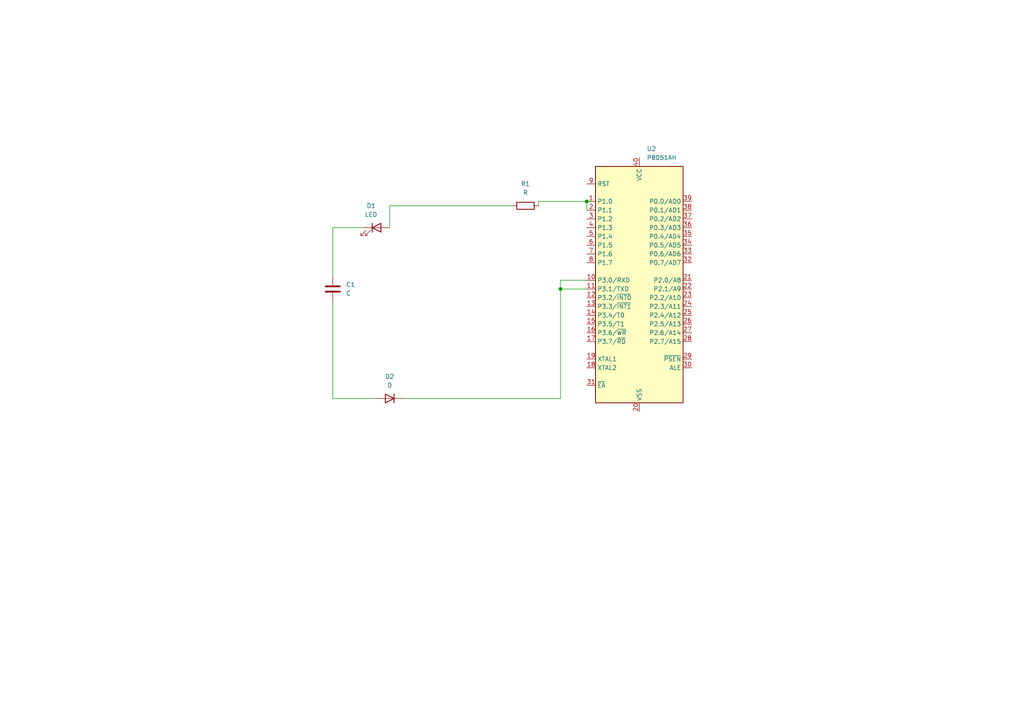
<source format=kicad_sch>
(kicad_sch (version 20250114) (generator "eeschema") (generator_version "9.0")
  (paper "A4")
  (lib_symbols
    (symbol "Device:C" (pin_numbers (hide yes)) (pin_names (offset 0.254))
      (property "Reference" "C" (at 0.635 2.54 0))
      (property "Value" "C" (at 0.635 -2.54 0))
      (symbol "C_0_1"
        (polyline (pts (xy -2.032 0.762) (xy 2.032 0.762)) (stroke (width 0.508)))
        (polyline (pts (xy -2.032 -0.762) (xy 2.032 -0.762)) (stroke (width 0.508)))
      )
      (symbol "C_1_1"
        (pin passive line (at 0 3.81 270) (length 2.794) (name "~") (number "1"))
        (pin passive line (at 0 -3.81 90) (length 2.794) (name "~") (number "2"))
      )
    )
    (symbol "Device:D" (pin_numbers (hide yes)) (pin_names (offset 1.016) (hide yes))
      (property "Reference" "D" (at 0 2.54 0))
      (property "Value" "D" (at 0 -2.54 0))
      (symbol "D_0_1"
        (polyline (pts (xy -1.27 1.27) (xy -1.27 -1.27)) (stroke (width 0.254)))
        (polyline (pts (xy 1.27 1.27) (xy 1.27 -1.27) (xy -1.27 0) (xy 1.27 1.27)) (stroke (width 0.254)))
        (polyline (pts (xy 1.27 0) (xy -1.27 0)))
      )
      (symbol "D_1_1"
        (pin passive line (at -3.81 0 0) (length 2.54) (name "K") (number "1"))
        (pin passive line (at 3.81 0 180) (length 2.54) (name "A") (number "2"))
      )
    )
    (symbol "Device:LED" (pin_numbers (hide yes)) (pin_names (offset 1.016) (hide yes))
      (property "Reference" "D" (at 0 2.54 0))
      (property "Value" "LED" (at 0 -2.54 0))
      (symbol "LED_0_1"
        (polyline (pts (xy -3.048 -0.762) (xy -4.572 -2.286) (xy -3.81 -2.286) (xy -4.572 -2.286) (xy -4.572 -1.524)))
        (polyline (pts (xy -1.778 -0.762) (xy -3.302 -2.286) (xy -2.54 -2.286) (xy -3.302 -2.286) (xy -3.302 -1.524)))
        (polyline (pts (xy -1.27 0) (xy 1.27 0)))
        (polyline (pts (xy -1.27 -1.27) (xy -1.27 1.27)) (stroke (width 0.254)))
        (polyline (pts (xy 1.27 -1.27) (xy 1.27 1.27) (xy -1.27 0) (xy 1.27 -1.27)) (stroke (width 0.254)))
      )
      (symbol "LED_1_1"
        (pin passive line (at -3.81 0 0) (length 2.54) (name "K") (number "1"))
        (pin passive line (at 3.81 0 180) (length 2.54) (name "A") (number "2"))
      )
    )
    (symbol "Device:R" (pin_numbers (hide yes)) (pin_names (offset 0))
      (property "Reference" "R" (at 2.032 0 90))
      (property "Value" "R" (at 0 0 90))
      (symbol "R_0_1"
        (rectangle (start -1.016 -2.54) (end 1.016 2.54) (stroke (width 0.254)))
      )
      (symbol "R_1_1"
        (pin passive line (at 0 3.81 270) (length 1.27) (name "~") (number "1"))
        (pin passive line (at 0 -3.81 90) (length 1.27) (name "~") (number "2"))
      )
    )
    (symbol "MCU_Intel:P8051AH"
      (property "Reference" "U" (at -11.684 35.052 0))
      (property "Value" "P8051AH" (at 8.128 35.052 0))
      (symbol "P8051AH_1_0"
        (pin bidirectional line (at -15.24 17.78 0) (length 2.54) (name "P1.2") (number "3"))
      )
      (symbol "P8051AH_1_1"
        (polyline (pts (xy -12.7 33.02) (xy 12.7 33.02) (xy 12.7 -35.56) (xy -12.7 -35.56) (xy -12.7 33.02)) (stroke (width 0.254)) (fill (type background)))
        (pin input line (at -15.24 27.94 0) (length 2.54) (name "RST") (number "9"))
        (pin bidirectional line (at -15.24 22.86 0) (length 2.54) (name "P1.0") (number "1"))
        (pin bidirectional line (at -15.24 20.32 0) (length 2.54) (name "P1.1") (number "2"))
        (pin bidirectional line (at -15.24 15.24 0) (length 2.54) (name "P1.3") (number "4"))
        (pin bidirectional line (at -15.24 12.7 0) (length 2.54) (name "P1.4") (number "5"))
        (pin bidirectional line (at -15.24 10.16 0) (length 2.54) (name "P1.5") (number "6"))
        (pin bidirectional line (at -15.24 7.62 0) (length 2.54) (name "P1.6") (number "7"))
        (pin bidirectional line (at -15.24 5.08 0) (length 2.54) (name "P1.7") (number "8"))
        (pin bidirectional line (at -15.24 0 0) (length 2.54) (name "P3.0/RXD") (number "10"))
        (pin bidirectional line (at -15.24 -2.54 0) (length 2.54) (name "P3.1/TXD") (number "11"))
        (pin bidirectional line (at -15.24 -5.08 0) (length 2.54) (name "P3.2/~{INT0}") (number "12"))
        (pin bidirectional line (at -15.24 -7.62 0) (length 2.54) (name "P3.3/~{INT1}") (number "13"))
        (pin bidirectional line (at -15.24 -10.16 0) (length 2.54) (name "P3.4/T0") (number "14"))
        (pin bidirectional line (at -15.24 -12.7 0) (length 2.54) (name "P3.5/T1") (number "15"))
        (pin bidirectional line (at -15.24 -15.24 0) (length 2.54) (name "P3.6/~{WR}") (number "16"))
        (pin bidirectional line (at -15.24 -17.78 0) (length 2.54) (name "P3.7/~{RD}") (number "17"))
        (pin input line (at -15.24 -22.86 0) (length 2.54) (name "XTAL1") (number "19"))
        (pin output line (at -15.24 -25.4 0) (length 2.54) (name "XTAL2") (number "18"))
        (pin input line (at -15.24 -30.48 0) (length 2.54) (name "~{EA}") (number "31"))
        (pin power_in line (at 0 35.56 270) (length 2.54) (name "VCC") (number "40"))
        (pin power_in line (at 0 -38.1 90) (length 2.54) (name "VSS") (number "20"))
        (pin bidirectional line (at 15.24 22.86 180) (length 2.54) (name "P0.0/AD0") (number "39"))
        (pin bidirectional line (at 15.24 20.32 180) (length 2.54) (name "P0.1/AD1") (number "38"))
        (pin bidirectional line (at 15.24 17.78 180) (length 2.54) (name "P0.2/AD2") (number "37"))
        (pin bidirectional line (at 15.24 15.24 180) (length 2.54) (name "P0.3/AD3") (number "36"))
        (pin bidirectional line (at 15.24 12.7 180) (length 2.54) (name "P0.4/AD4") (number "35"))
        (pin bidirectional line (at 15.24 10.16 180) (length 2.54) (name "P0.5/AD5") (number "34"))
        (pin bidirectional line (at 15.24 7.62 180) (length 2.54) (name "P0.6/AD6") (number "33"))
        (pin bidirectional line (at 15.24 5.08 180) (length 2.54) (name "P0.7/AD7") (number "32"))
        (pin bidirectional line (at 15.24 0 180) (length 2.54) (name "P2.0/A8") (number "21"))
        (pin bidirectional line (at 15.24 -2.54 180) (length 2.54) (name "P2.1/A9") (number "22"))
        (pin bidirectional line (at 15.24 -5.08 180) (length 2.54) (name "P2.2/A10") (number "23"))
        (pin bidirectional line (at 15.24 -7.62 180) (length 2.54) (name "P2.3/A11") (number "24"))
        (pin bidirectional line (at 15.24 -10.16 180) (length 2.54) (name "P2.4/A12") (number "25"))
        (pin bidirectional line (at 15.24 -12.7 180) (length 2.54) (name "P2.5/A13") (number "26"))
        (pin bidirectional line (at 15.24 -15.24 180) (length 2.54) (name "P2.6/A14") (number "27"))
        (pin bidirectional line (at 15.24 -17.78 180) (length 2.54) (name "P2.7/A15") (number "28"))
        (pin output line (at 15.24 -22.86 180) (length 2.54) (name "~{PSEN}") (number "29"))
        (pin output line (at 15.24 -25.4 180) (length 2.54) (name "ALE") (number "30"))
      )
    )
  )
  (junction (at 162.56 83.82))
  (junction (at 170.18 58.42))
  (wire (pts (xy 162.56 115.57) (xy 162.56 83.82)))
  (wire (pts (xy 116.84 115.57) (xy 162.56 115.57)))
  (wire (pts (xy 96.52 115.57) (xy 109.22 115.57)))
  (wire (pts (xy 171.45 58.42) (xy 170.18 58.42)))
  (wire (pts (xy 96.52 66.04) (xy 96.52 80.01)))
  (wire (pts (xy 156.21 58.42) (xy 156.21 59.69)))
  (wire (pts (xy 162.56 83.82) (xy 170.18 83.82)))
  (wire (pts (xy 170.18 58.42) (xy 170.18 60.96)))
  (wire (pts (xy 148.59 59.69) (xy 113.03 59.69)))
  (wire (pts (xy 113.03 59.69) (xy 113.03 66.04)))
  (wire (pts (xy 96.52 87.63) (xy 96.52 115.57)))
  (wire (pts (xy 162.56 83.82) (xy 162.56 81.28)))
  (wire (pts (xy 156.21 58.42) (xy 170.18 58.42)))
  (wire (pts (xy 162.56 81.28) (xy 170.18 81.28)))
  (wire (pts (xy 105.41 66.04) (xy 96.52 66.04)))
  (symbol (lib_id "MCU_Intel:P8051AH") (at 185.42 81.28 0) (unit 1)
    (property "Reference" "U2" (at 187.5633 43.18 0) (effects (justify left)))
    (property "Value" "P8051AH" (at 187.5633 45.72 0) (effects (justify left)))
    (property "Footprint" "Package_DIP:DIP-40_W15.24mm" (effects (hide yes)))
    (property "Datasheet" "https://www.datasheetarchive.com/datasheet/MCS%2051/Intel" (effects (hide yes)))
    (property "Description" "MCS-51 8-bit Control-Oriented Microcontrollers, 4K x 8 masked ROM, 128 x 8 RAM, 2x 16-bit timers / event counters, 12MHz, DIP-40" (effects (hide yes)))
  )
  (symbol (lib_id "Device:LED") (at 109.22 66.04 0) (unit 1)
    (property "Reference" "D1" (at 107.6325 59.69 0))
    (property "Value" "LED" (at 107.6325 62.23 0))
    (property "Description" "Light emitting diode" (effects (hide yes)))
    (property "Sim.Pins" "1=K 2=A" (effects (hide yes)))
  )
  (symbol (lib_id "Device:D") (at 113.03 115.57 180) (unit 1)
    (property "Reference" "D2" (at 113.03 109.22 0))
    (property "Value" "D" (at 113.03 111.76 0))
    (property "Description" "Diode" (effects (hide yes)))
    (property "Sim.Device" "D" (effects (hide yes)))
    (property "Sim.Pins" "1=K 2=A" (effects (hide yes)))
  )
  (symbol (lib_id "Device:C") (at 96.52 83.82 0) (unit 1)
    (property "Reference" "C1" (at 100.33 82.5499 0) (effects (justify left)))
    (property "Value" "C" (at 100.33 85.0899 0) (effects (justify left)))
    (property "Description" "Unpolarized capacitor" (effects (hide yes)))
  )
  (symbol (lib_id "Device:R") (at 152.4 59.69 90) (unit 1)
    (property "Reference" "R1" (at 152.4 53.34 90))
    (property "Value" "R" (at 152.4 55.88 90))
    (property "Description" "Resistor" (effects (hide yes)))
  )
)
</source>
